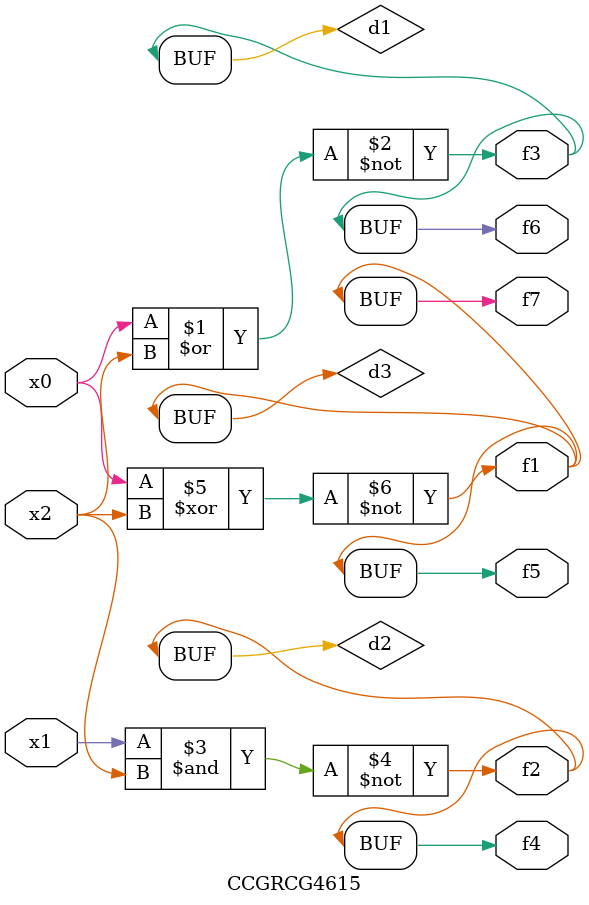
<source format=v>
module CCGRCG4615(
	input x0, x1, x2,
	output f1, f2, f3, f4, f5, f6, f7
);

	wire d1, d2, d3;

	nor (d1, x0, x2);
	nand (d2, x1, x2);
	xnor (d3, x0, x2);
	assign f1 = d3;
	assign f2 = d2;
	assign f3 = d1;
	assign f4 = d2;
	assign f5 = d3;
	assign f6 = d1;
	assign f7 = d3;
endmodule

</source>
